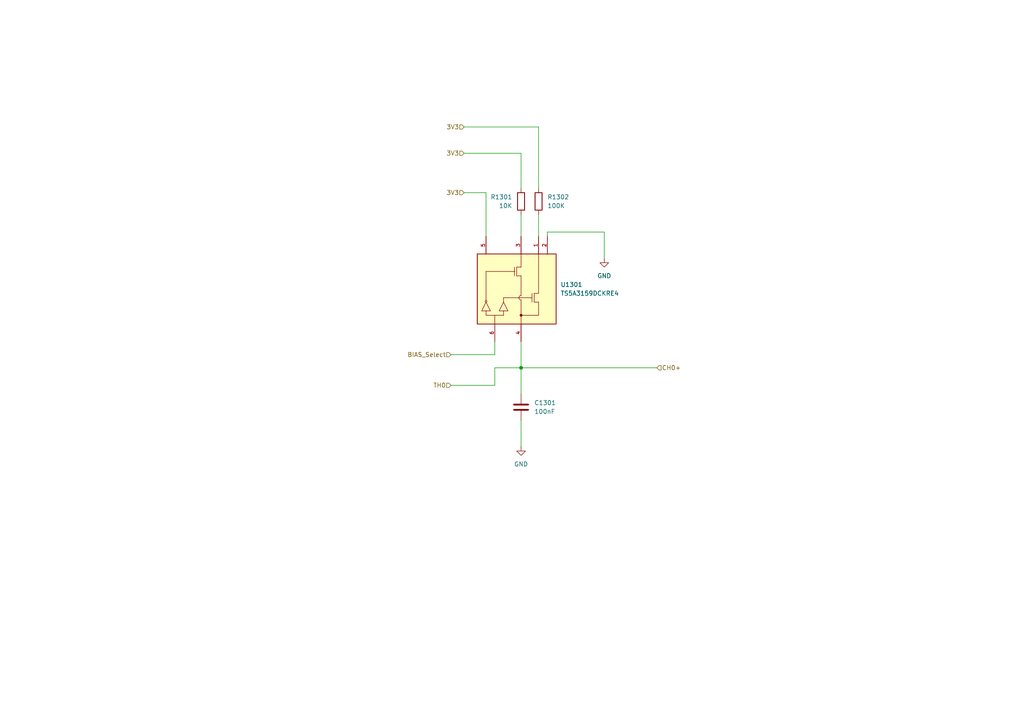
<source format=kicad_sch>
(kicad_sch (version 20250114) (generator "eeschema") (generator_version "9.0")
  (paper "A4")
  (lib_symbols
    (symbol "Device:C" (pin_numbers (hide yes)) (pin_names (offset 0.254))
      (property "Reference" "C" (at 0.635 2.54 0))
      (property "Value" "C" (at 0.635 -2.54 0))
      (symbol "C_0_1"
        (polyline (pts (xy -2.032 0.762) (xy 2.032 0.762)) (stroke (width 0.508)))
        (polyline (pts (xy -2.032 -0.762) (xy 2.032 -0.762)) (stroke (width 0.508)))
      )
      (symbol "C_1_1"
        (pin passive line (at 0 3.81 270) (length 2.794) (name "~") (number "1"))
        (pin passive line (at 0 -3.81 90) (length 2.794) (name "~") (number "2"))
      )
    )
    (symbol "Device:R" (pin_numbers (hide yes)) (pin_names (offset 0))
      (property "Reference" "R" (at 2.032 0 90))
      (property "Value" "R" (at 0 0 90))
      (symbol "R_0_1"
        (rectangle (start -1.016 -2.54) (end 1.016 2.54) (stroke (width 0.254)))
      )
      (symbol "R_1_1"
        (pin passive line (at 0 3.81 270) (length 1.27) (name "~") (number "1"))
        (pin passive line (at 0 -3.81 90) (length 1.27) (name "~") (number "2"))
      )
    )
    (symbol "TS5A3159DCKRE4:TS5A3159DCKRE4" (pin_names (offset 1.016))
      (property "Reference" "U" (at -10.16 10.922 0))
      (property "Value" "TS5A3159DCKRE4" (at -10.16 -13.462 0))
      (symbol "TS5A3159DCKRE4_0_0"
        (polyline (pts (xy -10.16 5.08) (xy -7.62 5.08)) (stroke (width 0.1524)))
        (polyline (pts (xy -10.16 -2.54) (xy -7.62 -2.54)) (stroke (width 0.1524)))
        (rectangle (start -10.16 -12.7) (end 10.16 10.16) (stroke (width 0.254)) (fill (type background)))
        (polyline (pts (xy -7.62 7.62) (xy -7.62 5.08)) (stroke (width 0.1524)))
        (polyline (pts (xy -7.62 7.62) (xy -6.35 7.62)) (stroke (width 0.1524)))
        (polyline (pts (xy -7.62 5.08) (xy -7.62 2.54)) (stroke (width 0.1524)))
        (polyline (pts (xy -7.62 2.54) (xy -6.35 2.54)) (stroke (width 0.1524)))
        (circle (center -7.62 -2.54) (radius 0.2032) (stroke (width 0.4064)))
        (polyline (pts (xy -7.62 -2.54) (xy -7.62 -7.62)) (stroke (width 0.1524)))
        (polyline (pts (xy -7.62 -2.54) (xy -3.175 -2.54)) (stroke (width 0.1524)))
        (polyline (pts (xy -7.62 -7.62) (xy -3.81 -7.62)) (stroke (width 0.1524)))
        (polyline (pts (xy -6.35 8.89) (xy -6.35 7.62)) (stroke (width 0.1524)))
        (polyline (pts (xy -6.35 7.62) (xy -6.35 6.35)) (stroke (width 0.1524)))
        (polyline (pts (xy -6.35 6.35) (xy -3.81 7.62)) (stroke (width 0.1524)))
        (polyline (pts (xy -6.35 3.81) (xy -6.35 2.54)) (stroke (width 0.1524)))
        (polyline (pts (xy -6.35 2.54) (xy -6.35 1.27)) (stroke (width 0.1524)))
        (polyline (pts (xy -6.35 1.27) (xy -3.81 2.54)) (stroke (width 0.1524)))
        (polyline (pts (xy -3.81 7.62) (xy -6.35 8.89)) (stroke (width 0.1524)))
        (polyline (pts (xy -3.81 2.54) (xy -6.35 3.81)) (stroke (width 0.1524)))
        (polyline (pts (xy -3.81 -5.715) (xy -2.54 -5.715)) (stroke (width 0.1524)))
        (polyline (pts (xy -3.81 -6.35) (xy -1.27 -6.35)) (stroke (width 0.1524)))
        (polyline (pts (xy -3.81 -7.62) (xy -3.81 -6.35)) (stroke (width 0.1524)))
        (circle (center -3.556 7.62) (radius 0.254) (stroke (width 0.1524)))
        (polyline (pts (xy -3.302 7.62) (xy 5.08 7.62)) (stroke (width 0.1524)))
        (polyline (pts (xy -2.54 2.54) (xy -3.81 2.54)) (stroke (width 0.1524)))
        (polyline (pts (xy -2.54 2.54) (xy -2.54 -1.905)) (stroke (width 0.1524)))
        (polyline (pts (xy -2.54 -1.905) (xy -2.54 -5.715)) (stroke (width 0.1524)))
        (arc (start -3.175 -2.54) (mid -2.989 -2.091) (end -2.54 -1.905) (stroke (width 0.1524)))
        (arc (start -2.54 -1.905) (mid -2.091 -2.091) (end -1.905 -2.54) (stroke (width 0.1524)))
        (polyline (pts (xy -2.54 -5.715) (xy -1.27 -5.715)) (stroke (width 0.1524)))
        (polyline (pts (xy -1.905 -2.54) (xy 3.81 -2.54)) (stroke (width 0.1524)))
        (polyline (pts (xy -1.27 -6.35) (xy -1.27 -7.62)) (stroke (width 0.1524)))
        (polyline (pts (xy 3.81 -0.635) (xy 5.08 -0.635)) (stroke (width 0.1524)))
        (polyline (pts (xy 3.81 -1.27) (xy 6.35 -1.27)) (stroke (width 0.1524)))
        (polyline (pts (xy 3.81 -2.54) (xy 3.81 -1.27)) (stroke (width 0.1524)))
        (polyline (pts (xy 5.08 7.62) (xy 5.08 -0.635)) (stroke (width 0.1524)))
        (polyline (pts (xy 5.08 -0.635) (xy 6.35 -0.635)) (stroke (width 0.1524)))
        (polyline (pts (xy 6.35 -1.27) (xy 6.35 -2.54)) (stroke (width 0.1524)))
        (polyline (pts (xy 10.16 -2.54) (xy 6.35 -2.54)) (stroke (width 0.1524)))
        (polyline (pts (xy 10.16 -7.62) (xy -1.27 -7.62)) (stroke (width 0.1524)))
        (pin input line (at -15.24 5.08 0) (length 5.08) (name "~") (number "6"))
        (pin bidirectional line (at -15.24 -2.54 0) (length 5.08) (name "~") (number "4"))
        (pin power_in line (at 15.24 7.62 180) (length 5.08) (name "~") (number "5"))
        (pin bidirectional line (at 15.24 -2.54 180) (length 5.08) (name "~") (number "3"))
        (pin bidirectional line (at 15.24 -7.62 180) (length 5.08) (name "~") (number "1"))
        (pin power_in line (at 15.24 -10.16 180) (length 5.08) (name "~") (number "2"))
      )
    )
    (symbol "power:GND" (power) (pin_numbers (hide yes)) (pin_names (offset 0) (hide yes))
      (property "Value" "GND" (at 0 -3.81 0))
      (symbol "GND_0_1"
        (polyline (pts (xy 0 0) (xy 0 -1.27) (xy 1.27 -1.27) (xy 0 -2.54) (xy -1.27 -1.27) (xy 0 -1.27)))
      )
      (symbol "GND_1_1"
        (pin power_in line (at 0 0 270) (length 0) (name "~") (number "1"))
      )
    )
  )
  (junction (at 151.13 106.68))
  (wire (pts (xy 151.13 99.06) (xy 151.13 106.68)))
  (wire (pts (xy 143.51 106.68) (xy 151.13 106.68)))
  (wire (pts (xy 158.75 68.58) (xy 158.75 67.31)))
  (wire (pts (xy 130.81 102.87) (xy 143.51 102.87)))
  (wire (pts (xy 151.13 44.45) (xy 151.13 54.61)))
  (wire (pts (xy 134.62 44.45) (xy 151.13 44.45)))
  (wire (pts (xy 156.21 36.83) (xy 156.21 54.61)))
  (wire (pts (xy 140.97 68.58) (xy 140.97 55.88)))
  (wire (pts (xy 151.13 62.23) (xy 151.13 68.58)))
  (wire (pts (xy 134.62 55.88) (xy 140.97 55.88)))
  (wire (pts (xy 143.51 106.68) (xy 143.51 111.76)))
  (wire (pts (xy 151.13 121.92) (xy 151.13 129.54)))
  (wire (pts (xy 158.75 67.31) (xy 175.26 67.31)))
  (wire (pts (xy 151.13 106.68) (xy 151.13 114.3)))
  (wire (pts (xy 151.13 106.68) (xy 190.5 106.68)))
  (wire (pts (xy 175.26 67.31) (xy 175.26 74.93)))
  (wire (pts (xy 130.81 111.76) (xy 143.51 111.76)))
  (wire (pts (xy 143.51 99.06) (xy 143.51 102.87)))
  (wire (pts (xy 134.62 36.83) (xy 156.21 36.83)))
  (wire (pts (xy 156.21 62.23) (xy 156.21 68.58)))
  (hierarchical_label "3V3" (shape input) (at 134.62 36.83 180))
  (hierarchical_label "CH0+" (shape input) (at 190.5 106.68 0))
  (hierarchical_label "BIAS_Select" (shape input) (at 130.81 102.87 180))
  (hierarchical_label "3V3" (shape input) (at 134.62 44.45 180))
  (hierarchical_label "TH0" (shape input) (at 130.81 111.76 180))
  (hierarchical_label "3V3" (shape input) (at 134.62 55.88 180))
  (symbol (lib_id "power:GND") (at 151.13 129.54 0) (unit 1)
    (property "Reference" "#PWR01301" (effects (hide yes)))
    (property "Value" "GND" (at 151.13 134.62 0))
    (property "Description" "Power symbol creates a global label with name \"GND\" , ground" (effects (hide yes)))
  )
  (symbol (lib_id "TS5A3159DCKRE4:TS5A3159DCKRE4") (at 148.59 83.82 90) (unit 1)
    (property "Reference" "U1301" (at 162.56 82.5499 90) (effects (justify right)))
    (property "Value" "TS5A3159DCKRE4" (at 162.56 85.0899 90) (effects (justify right)))
    (property "Footprint" "ThermoDAQ:SOT65P210X110-6N" (effects (hide yes)))
    (property "MF" "Texas Instruments" (effects (hide yes)))
    (property "MAXIMUM_PACKAGE_HEIGHT" "1.1mm" (effects (hide yes)))
    (property "Package" "SOT-SC70-6 Texas Instruments" (effects (hide yes)))
    (property "Price" "None" (effects (hide yes)))
    (property "Check_prices" "https://www.snapeda.com/parts/TS5A3159DCKRE4/Texas+Instruments/view-part/?ref=eda" (effects (hide yes)))
    (property "STANDARD" "IPC-7351B" (effects (hide yes)))
    (property "PARTREV" "D" (effects (hide yes)))
    (property "SnapEDA_Link" "https://www.snapeda.com/parts/TS5A3159DCKRE4/Texas+Instruments/view-part/?ref=snap" (effects (hide yes)))
    (property "MP" "TS5A3159DCKRE4" (effects (hide yes)))
    (property "Description_1" "1-?, 5-V, 2:1 (SPDT), 1-channel analog switch 6-SC70 -40 to 85" (effects (hide yes)))
    (property "Availability" "In Stock" (effects (hide yes)))
    (property "MANUFACTURER" "Texas Instruments" (effects (hide yes)))
  )
  (symbol (lib_id "Device:R") (at 151.13 58.42 0) (mirror y) (unit 1)
    (property "Reference" "R1301" (at 148.59 57.1499 0) (effects (justify left)))
    (property "Value" "10K" (at 148.59 59.6899 0) (effects (justify left)))
    (property "Description" "Resistor" (effects (hide yes)))
  )
  (symbol (lib_id "power:GND") (at 175.26 74.93 0) (unit 1)
    (property "Reference" "#PWR01302" (effects (hide yes)))
    (property "Value" "GND" (at 175.26 80.01 0))
    (property "Description" "Power symbol creates a global label with name \"GND\" , ground" (effects (hide yes)))
  )
  (symbol (lib_id "Device:R") (at 156.21 58.42 0) (unit 1)
    (property "Reference" "R1302" (at 158.75 57.1499 0) (effects (justify left)))
    (property "Value" "100K" (at 158.75 59.6899 0) (effects (justify left)))
    (property "Description" "Resistor" (effects (hide yes)))
  )
  (symbol (lib_id "Device:C") (at 151.13 118.11 0) (unit 1)
    (property "Reference" "C1301" (at 154.94 116.8399 0) (effects (justify left)))
    (property "Value" "100nF" (at 154.94 119.3799 0) (effects (justify left)))
    (property "Description" "Unpolarized capacitor" (effects (hide yes)))
  )
)
</source>
